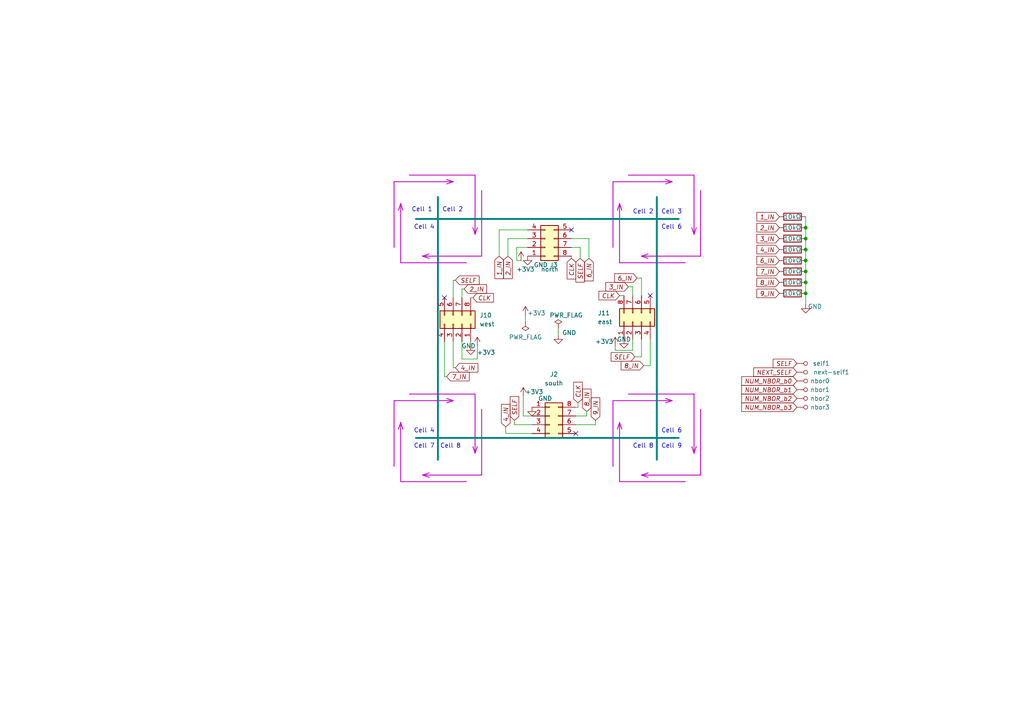
<source format=kicad_sch>
(kicad_sch (version 20211123) (generator eeschema)
  (paper "A4")
  (lib_symbols
    (symbol "Connector_Generic:Conn_02x04_Counter_Clockwise" (pin_names (offset 1.016) hide)
      (property "Reference" "J" (at 1.27 5.08 0))
      (property "Value" "Conn_02x04_Counter_Clockwise" (at 1.27 -7.62 0))
      (symbol "Conn_02x04_Counter_Clockwise_1_1"
        (rectangle (start -1.27 -4.953) (end 0 -5.207) (stroke (width 0.1524)))
        (rectangle (start -1.27 -2.413) (end 0 -2.667) (stroke (width 0.1524)))
        (rectangle (start -1.27 0.127) (end 0 -0.127) (stroke (width 0.1524)))
        (rectangle (start -1.27 2.667) (end 0 2.413) (stroke (width 0.1524)))
        (rectangle (start -1.27 3.81) (end 3.81 -6.35) (stroke (width 0.254)) (fill (type background)))
        (rectangle (start 3.81 -4.953) (end 2.54 -5.207) (stroke (width 0.1524)))
        (rectangle (start 3.81 -2.413) (end 2.54 -2.667) (stroke (width 0.1524)))
        (rectangle (start 3.81 0.127) (end 2.54 -0.127) (stroke (width 0.1524)))
        (rectangle (start 3.81 2.667) (end 2.54 2.413) (stroke (width 0.1524)))
        (pin passive line (at -5.08 2.54 0) (length 3.81) (name "Pin_1") (number "1"))
        (pin passive line (at -5.08 0 0) (length 3.81) (name "Pin_2") (number "2"))
        (pin passive line (at -5.08 -2.54 0) (length 3.81) (name "Pin_3") (number "3"))
        (pin passive line (at -5.08 -5.08 0) (length 3.81) (name "Pin_4") (number "4"))
        (pin passive line (at 7.62 -5.08 180) (length 3.81) (name "Pin_5") (number "5"))
        (pin passive line (at 7.62 -2.54 180) (length 3.81) (name "Pin_6") (number "6"))
        (pin passive line (at 7.62 0 180) (length 3.81) (name "Pin_7") (number "7"))
        (pin passive line (at 7.62 2.54 180) (length 3.81) (name "Pin_8") (number "8"))
      )
    )
    (symbol "Device:R" (pin_numbers hide) (pin_names (offset 0))
      (property "Reference" "R" (at 2.032 0 90))
      (property "Value" "R" (at 0 0 90))
      (symbol "R_0_1"
        (rectangle (start -1.016 -2.54) (end 1.016 2.54) (stroke (width 0.254)))
      )
      (symbol "R_1_1"
        (pin passive line (at 0 3.81 270) (length 1.27) (name "~") (number "1"))
        (pin passive line (at 0 -3.81 90) (length 1.27) (name "~") (number "2"))
      )
    )
    (symbol "dk_Test-Points:5011" (pin_numbers hide) (pin_names (offset 1.016) hide)
      (property "Reference" "TP" (at -1.27 1.27 0))
      (symbol "5011_0_1"
        (circle (center 0 0) (radius 0.5588))
      )
      (symbol "5011_1_1"
        (pin passive line (at 0 2.54 270) (length 1.905) (name "~") (number "1"))
      )
    )
    (symbol "power:+3V3" (power) (pin_names (offset 0))
      (property "Value" "+3V3" (at 0 3.556 0))
      (symbol "+3V3_0_1"
        (polyline (pts (xy -0.762 1.27) (xy 0 2.54)))
        (polyline (pts (xy 0 0) (xy 0 2.54)))
        (polyline (pts (xy 0 2.54) (xy 0.762 1.27)))
      )
      (symbol "+3V3_1_1"
        (pin power_in line (at 0 0 90) (length 0) hide (name "+3V3") (number "1"))
      )
    )
    (symbol "power:GND" (power) (pin_names (offset 0))
      (property "Value" "GND" (at 0 -3.81 0))
      (symbol "GND_0_1"
        (polyline (pts (xy 0 0) (xy 0 -1.27) (xy 1.27 -1.27) (xy 0 -2.54) (xy -1.27 -1.27) (xy 0 -1.27)))
      )
      (symbol "GND_1_1"
        (pin power_in line (at 0 0 270) (length 0) hide (name "GND") (number "1"))
      )
    )
    (symbol "power:PWR_FLAG" (power) (pin_numbers hide) (pin_names (offset 0) hide)
      (property "Value" "PWR_FLAG" (at 0 3.81 0))
      (symbol "PWR_FLAG_0_0"
        (pin power_out line (at 0 0 90) (length 0) (name "pwr") (number "1"))
      )
      (symbol "PWR_FLAG_0_1"
        (polyline (pts (xy 0 0) (xy 0 1.27) (xy -1.016 1.905) (xy 0 2.54) (xy 1.016 1.905) (xy 0 1.27)))
      )
    )
  )
  (junction (at 233.68 75.565))
  (junction (at 233.68 81.915))
  (junction (at 233.68 66.04))
  (junction (at 233.68 85.09))
  (junction (at 233.68 78.74))
  (junction (at 233.68 69.215))
  (junction (at 233.68 72.39))
  (no_connect (at 188.595 85.725))
  (no_connect (at 167.005 125.73))
  (no_connect (at 128.905 86.36))
  (no_connect (at 165.735 66.675))
  (polyline (pts (xy 190.5 82.55) (xy 190.5 107.95)) (stroke (width 0.5) (type solid) (color 0 132 132 1)))
  (wire (pts (xy 186.055 98.425) (xy 186.055 103.505)))
  (polyline (pts (xy 179.07 124.46) (xy 179.705 122.555)) (stroke (width 0.25) (type solid) (color 194 0 194 1)))
  (wire (pts (xy 151.765 120.65) (xy 151.765 114.935)))
  (polyline (pts (xy 124.46 73.66) (xy 122.555 74.295)) (stroke (width 0.25) (type solid) (color 194 0 194 1)))
  (polyline (pts (xy 171.45 63.5) (xy 196.85 63.5)) (stroke (width 0.5) (type solid) (color 0 132 132 1)))
  (polyline (pts (xy 127 107.95) (xy 127 133.35)) (stroke (width 0.5) (type solid) (color 0 132 132 1)))
  (polyline (pts (xy 116.205 76.2) (xy 116.205 59.055)) (stroke (width 0.25) (type solid) (color 194 0 194 1)))
  (wire (pts (xy 129.54 109.22) (xy 128.905 109.22)))
  (wire (pts (xy 167.64 116.84) (xy 167.64 118.11)))
  (polyline (pts (xy 171.45 127) (xy 146.05 127)) (stroke (width 0.5) (type solid) (color 0 132 132 1)))
  (polyline (pts (xy 182.245 50.8) (xy 201.295 50.8)) (stroke (width 0.25) (type solid) (color 194 0 194 1)))
  (polyline (pts (xy 171.45 127) (xy 196.85 127)) (stroke (width 0.5) (type solid) (color 0 132 132 1)))
  (polyline (pts (xy 120.65 63.5) (xy 146.05 63.5)) (stroke (width 0.5) (type solid) (color 0 132 132 1)))
  (polyline (pts (xy 203.2 74.295) (xy 186.055 74.295)) (stroke (width 0.25) (type solid) (color 194 0 194 1)))
  (polyline (pts (xy 127 82.55) (xy 127 107.95)) (stroke (width 0.5) (type solid) (color 0 132 132 1)))
  (polyline (pts (xy 114.3 116.205) (xy 131.445 116.205)) (stroke (width 0.25) (type solid) (color 194 0 194 1)))
  (wire (pts (xy 183.515 101.6) (xy 178.435 101.6)))
  (polyline (pts (xy 177.8 116.205) (xy 194.945 116.205)) (stroke (width 0.25) (type solid) (color 194 0 194 1)))
  (wire (pts (xy 138.43 100.33) (xy 138.43 104.14)))
  (polyline (pts (xy 187.96 74.93) (xy 186.055 74.295)) (stroke (width 0.25) (type solid) (color 194 0 194 1)))
  (polyline (pts (xy 198.755 76.2) (xy 179.705 76.2)) (stroke (width 0.25) (type solid) (color 194 0 194 1)))
  (polyline (pts (xy 146.05 127) (xy 120.65 127)) (stroke (width 0.5) (type solid) (color 0 132 132 1)))
  (polyline (pts (xy 124.46 138.43) (xy 122.555 137.795)) (stroke (width 0.25) (type solid) (color 194 0 194 1)))
  (polyline (pts (xy 127 133.35) (xy 127 107.95)) (stroke (width 0.5) (type solid) (color 0 132 132 1)))
  (wire (pts (xy 132.08 81.28) (xy 131.445 81.28)))
  (wire (pts (xy 149.225 121.92) (xy 149.225 123.19)))
  (wire (pts (xy 153.035 69.215) (xy 147.32 69.215)))
  (polyline (pts (xy 190.5 57.15) (xy 190.5 82.55)) (stroke (width 0.5) (type solid) (color 0 132 132 1)))
  (polyline (pts (xy 118.745 50.8) (xy 137.795 50.8)) (stroke (width 0.25) (type solid) (color 194 0 194 1)))
  (wire (pts (xy 146.685 125.73) (xy 146.685 123.825)))
  (polyline (pts (xy 139.7 74.295) (xy 122.555 74.295)) (stroke (width 0.25) (type solid) (color 194 0 194 1)))
  (wire (pts (xy 137.16 86.36) (xy 136.525 86.36)))
  (wire (pts (xy 133.985 104.14) (xy 138.43 104.14)))
  (polyline (pts (xy 201.93 66.04) (xy 201.295 67.945)) (stroke (width 0.25) (type solid) (color 194 0 194 1)))
  (wire (pts (xy 178.435 101.6) (xy 178.435 100.33)))
  (wire (pts (xy 170.18 120.65) (xy 167.005 120.65)))
  (wire (pts (xy 233.68 75.565) (xy 233.68 72.39)))
  (polyline (pts (xy 187.96 138.43) (xy 186.055 137.795)) (stroke (width 0.25) (type solid) (color 194 0 194 1)))
  (polyline (pts (xy 138.43 129.54) (xy 137.795 131.445)) (stroke (width 0.25) (type solid) (color 194 0 194 1)))
  (polyline (pts (xy 139.7 118.745) (xy 139.7 137.795)) (stroke (width 0.25) (type solid) (color 194 0 194 1)))
  (polyline (pts (xy 115.57 124.46) (xy 116.205 122.555)) (stroke (width 0.25) (type solid) (color 194 0 194 1)))
  (polyline (pts (xy 190.5 107.95) (xy 190.5 82.55)) (stroke (width 0.5) (type solid) (color 0 132 132 1)))
  (polyline (pts (xy 135.255 76.2) (xy 116.205 76.2)) (stroke (width 0.25) (type solid) (color 194 0 194 1)))
  (polyline (pts (xy 177.8 135.255) (xy 177.8 116.205)) (stroke (width 0.25) (type solid) (color 194 0 194 1)))
  (polyline (pts (xy 201.295 114.3) (xy 201.295 131.445)) (stroke (width 0.25) (type solid) (color 194 0 194 1)))
  (polyline (pts (xy 203.2 118.745) (xy 203.2 137.795)) (stroke (width 0.25) (type solid) (color 194 0 194 1)))
  (polyline (pts (xy 129.54 116.84) (xy 131.445 116.205)) (stroke (width 0.25) (type solid) (color 194 0 194 1)))
  (polyline (pts (xy 193.04 115.57) (xy 194.945 116.205)) (stroke (width 0.25) (type solid) (color 194 0 194 1)))
  (wire (pts (xy 186.69 106.045) (xy 188.595 106.045)))
  (wire (pts (xy 170.815 69.215) (xy 165.735 69.215)))
  (wire (pts (xy 170.815 74.93) (xy 170.815 69.215)))
  (polyline (pts (xy 187.96 137.16) (xy 186.055 137.795)) (stroke (width 0.25) (type solid) (color 194 0 194 1)))
  (polyline (pts (xy 127 57.15) (xy 127 82.55)) (stroke (width 0.5) (type solid) (color 0 132 132 1)))
  (polyline (pts (xy 129.54 52.07) (xy 131.445 52.705)) (stroke (width 0.25) (type solid) (color 194 0 194 1)))
  (polyline (pts (xy 200.66 66.04) (xy 201.295 67.945)) (stroke (width 0.25) (type solid) (color 194 0 194 1)))
  (polyline (pts (xy 116.205 139.7) (xy 116.205 122.555)) (stroke (width 0.25) (type solid) (color 194 0 194 1)))
  (wire (pts (xy 149.86 71.755) (xy 153.035 71.755)))
  (polyline (pts (xy 120.65 127) (xy 146.05 127)) (stroke (width 0.5) (type solid) (color 0 132 132 1)))
  (wire (pts (xy 233.68 72.39) (xy 233.68 69.215)))
  (wire (pts (xy 168.275 71.755) (xy 168.275 74.93)))
  (wire (pts (xy 149.86 71.755) (xy 149.86 75.565)))
  (polyline (pts (xy 139.7 55.245) (xy 139.7 74.295)) (stroke (width 0.25) (type solid) (color 194 0 194 1)))
  (polyline (pts (xy 139.7 137.795) (xy 122.555 137.795)) (stroke (width 0.25) (type solid) (color 194 0 194 1)))
  (wire (pts (xy 182.245 83.185) (xy 183.515 83.185)))
  (polyline (pts (xy 190.5 107.95) (xy 190.5 133.35)) (stroke (width 0.5) (type solid) (color 0 132 132 1)))
  (polyline (pts (xy 190.5 133.35) (xy 190.5 107.95)) (stroke (width 0.5) (type solid) (color 0 132 132 1)))
  (wire (pts (xy 161.925 95.25) (xy 161.925 97.155)))
  (polyline (pts (xy 114.3 52.705) (xy 131.445 52.705)) (stroke (width 0.25) (type solid) (color 194 0 194 1)))
  (wire (pts (xy 180.975 85.725) (xy 179.705 85.725)))
  (wire (pts (xy 131.445 106.68) (xy 131.445 99.06)))
  (polyline (pts (xy 137.795 114.3) (xy 137.795 131.445)) (stroke (width 0.25) (type solid) (color 194 0 194 1)))
  (polyline (pts (xy 115.57 60.96) (xy 116.205 59.055)) (stroke (width 0.25) (type solid) (color 194 0 194 1)))
  (wire (pts (xy 233.68 85.09) (xy 233.68 81.915)))
  (wire (pts (xy 144.78 66.675) (xy 153.035 66.675)))
  (wire (pts (xy 184.785 80.645) (xy 186.055 80.645)))
  (polyline (pts (xy 201.295 50.8) (xy 201.295 67.945)) (stroke (width 0.25) (type solid) (color 194 0 194 1)))
  (wire (pts (xy 133.985 83.82) (xy 134.62 83.82)))
  (polyline (pts (xy 124.46 137.16) (xy 122.555 137.795)) (stroke (width 0.25) (type solid) (color 194 0 194 1)))
  (polyline (pts (xy 180.34 60.96) (xy 179.705 59.055)) (stroke (width 0.25) (type solid) (color 194 0 194 1)))
  (wire (pts (xy 233.68 88.265) (xy 233.68 85.09)))
  (wire (pts (xy 133.985 99.06) (xy 133.985 104.14)))
  (wire (pts (xy 186.055 80.645) (xy 186.055 85.725)))
  (wire (pts (xy 128.905 109.22) (xy 128.905 99.06)))
  (polyline (pts (xy 137.16 129.54) (xy 137.795 131.445)) (stroke (width 0.25) (type solid) (color 194 0 194 1)))
  (polyline (pts (xy 187.96 73.66) (xy 186.055 74.295)) (stroke (width 0.25) (type solid) (color 194 0 194 1)))
  (wire (pts (xy 152.4 91.44) (xy 152.4 93.345)))
  (polyline (pts (xy 129.54 53.34) (xy 131.445 52.705)) (stroke (width 0.25) (type solid) (color 194 0 194 1)))
  (wire (pts (xy 172.72 121.92) (xy 172.72 123.19)))
  (polyline (pts (xy 146.05 63.5) (xy 120.65 63.5)) (stroke (width 0.5) (type solid) (color 0 132 132 1)))
  (wire (pts (xy 131.445 81.28) (xy 131.445 86.36)))
  (polyline (pts (xy 182.245 114.3) (xy 201.295 114.3)) (stroke (width 0.25) (type solid) (color 194 0 194 1)))
  (wire (pts (xy 133.985 86.36) (xy 133.985 83.82)))
  (wire (pts (xy 233.68 66.04) (xy 233.68 62.865)))
  (wire (pts (xy 186.055 103.505) (xy 184.15 103.505)))
  (polyline (pts (xy 193.04 116.84) (xy 194.945 116.205)) (stroke (width 0.25) (type solid) (color 194 0 194 1)))
  (polyline (pts (xy 193.04 53.34) (xy 194.945 52.705)) (stroke (width 0.25) (type solid) (color 194 0 194 1)))
  (polyline (pts (xy 129.54 115.57) (xy 131.445 116.205)) (stroke (width 0.25) (type solid) (color 194 0 194 1)))
  (wire (pts (xy 147.32 69.215) (xy 147.32 74.295)))
  (polyline (pts (xy 179.07 60.96) (xy 179.705 59.055)) (stroke (width 0.25) (type solid) (color 194 0 194 1)))
  (polyline (pts (xy 196.85 127) (xy 171.45 127)) (stroke (width 0.5) (type solid) (color 0 132 132 1)))
  (wire (pts (xy 154.305 120.65) (xy 151.765 120.65)))
  (wire (pts (xy 154.305 123.19) (xy 149.225 123.19)))
  (wire (pts (xy 188.595 106.045) (xy 188.595 98.425)))
  (wire (pts (xy 183.515 83.185) (xy 183.515 85.725)))
  (polyline (pts (xy 127 82.55) (xy 127 57.15)) (stroke (width 0.5) (type solid) (color 0 132 132 1)))
  (polyline (pts (xy 116.84 60.96) (xy 116.205 59.055)) (stroke (width 0.25) (type solid) (color 194 0 194 1)))
  (polyline (pts (xy 203.2 55.245) (xy 203.2 74.295)) (stroke (width 0.25) (type solid) (color 194 0 194 1)))
  (polyline (pts (xy 190.5 82.55) (xy 190.5 57.15)) (stroke (width 0.5) (type solid) (color 0 132 132 1)))
  (wire (pts (xy 183.515 98.425) (xy 183.515 101.6)))
  (wire (pts (xy 165.735 71.755) (xy 168.275 71.755)))
  (polyline (pts (xy 137.16 66.04) (xy 137.795 67.945)) (stroke (width 0.25) (type solid) (color 194 0 194 1)))
  (polyline (pts (xy 137.795 50.8) (xy 137.795 67.945)) (stroke (width 0.25) (type solid) (color 194 0 194 1)))
  (wire (pts (xy 136.525 100.33) (xy 136.525 99.06)))
  (polyline (pts (xy 146.05 63.5) (xy 171.45 63.5)) (stroke (width 0.5) (type solid) (color 0 132 132 1)))
  (wire (pts (xy 233.68 78.74) (xy 233.68 75.565)))
  (wire (pts (xy 151.13 75.565) (xy 149.86 75.565)))
  (polyline (pts (xy 201.93 129.54) (xy 201.295 131.445)) (stroke (width 0.25) (type solid) (color 194 0 194 1)))
  (wire (pts (xy 233.68 69.215) (xy 233.68 66.04)))
  (polyline (pts (xy 177.8 52.705) (xy 194.945 52.705)) (stroke (width 0.25) (type solid) (color 194 0 194 1)))
  (wire (pts (xy 154.305 125.73) (xy 146.685 125.73)))
  (polyline (pts (xy 179.705 139.7) (xy 179.705 122.555)) (stroke (width 0.25) (type solid) (color 194 0 194 1)))
  (polyline (pts (xy 171.45 63.5) (xy 146.05 63.5)) (stroke (width 0.5) (type solid) (color 0 132 132 1)))
  (polyline (pts (xy 198.755 139.7) (xy 179.705 139.7)) (stroke (width 0.25) (type solid) (color 194 0 194 1)))
  (polyline (pts (xy 114.3 71.755) (xy 114.3 52.705)) (stroke (width 0.25) (type solid) (color 194 0 194 1)))
  (wire (pts (xy 165.735 74.93) (xy 165.735 74.295)))
  (polyline (pts (xy 203.2 137.795) (xy 186.055 137.795)) (stroke (width 0.25) (type solid) (color 194 0 194 1)))
  (polyline (pts (xy 179.705 76.2) (xy 179.705 59.055)) (stroke (width 0.25) (type solid) (color 194 0 194 1)))
  (polyline (pts (xy 116.84 124.46) (xy 116.205 122.555)) (stroke (width 0.25) (type solid) (color 194 0 194 1)))
  (wire (pts (xy 167.64 118.11) (xy 167.005 118.11)))
  (polyline (pts (xy 124.46 74.93) (xy 122.555 74.295)) (stroke (width 0.25) (type solid) (color 194 0 194 1)))
  (polyline (pts (xy 127 107.95) (xy 127 82.55)) (stroke (width 0.5) (type solid) (color 0 132 132 1)))
  (wire (pts (xy 144.78 74.295) (xy 144.78 66.675)))
  (polyline (pts (xy 135.255 139.7) (xy 116.205 139.7)) (stroke (width 0.25) (type solid) (color 194 0 194 1)))
  (polyline (pts (xy 118.745 114.3) (xy 137.795 114.3)) (stroke (width 0.25) (type solid) (color 194 0 194 1)))
  (polyline (pts (xy 146.05 127) (xy 171.45 127)) (stroke (width 0.5) (type solid) (color 0 132 132 1)))
  (polyline (pts (xy 138.43 66.04) (xy 137.795 67.945)) (stroke (width 0.25) (type solid) (color 194 0 194 1)))
  (wire (pts (xy 132.08 106.68) (xy 131.445 106.68)))
  (wire (pts (xy 170.18 119.38) (xy 170.18 120.65)))
  (polyline (pts (xy 200.66 129.54) (xy 201.295 131.445)) (stroke (width 0.25) (type solid) (color 194 0 194 1)))
  (polyline (pts (xy 177.8 71.755) (xy 177.8 52.705)) (stroke (width 0.25) (type solid) (color 194 0 194 1)))
  (wire (pts (xy 233.68 81.915) (xy 233.68 78.74)))
  (wire (pts (xy 172.72 123.19) (xy 167.005 123.19)))
  (polyline (pts (xy 193.04 52.07) (xy 194.945 52.705)) (stroke (width 0.25) (type solid) (color 194 0 194 1)))
  (polyline (pts (xy 196.85 63.5) (xy 171.45 63.5)) (stroke (width 0.5) (type solid) (color 0 132 132 1)))
  (polyline (pts (xy 114.3 135.255) (xy 114.3 116.205)) (stroke (width 0.25) (type solid) (color 194 0 194 1)))
  (polyline (pts (xy 180.34 124.46) (xy 179.705 122.555)) (stroke (width 0.25) (type solid) (color 194 0 194 1)))
  (text "Cell 4" (at 120.015 66.675 0) (effects (font (size 1.27 1.27)) (justify left bottom)))
  (text "Cell 3" (at 191.77 62.23 0) (effects (font (size 1.27 1.27)) (justify left bottom)))
  (text "Cell 6" (at 191.77 125.73 0) (effects (font (size 1.27 1.27)) (justify left bottom)))
  (text "Cell 8" (at 183.515 130.175 0) (effects (font (size 1.27 1.27)) (justify left bottom)))
  (text "Cell 7" (at 120.015 130.175 0) (effects (font (size 1.27 1.27)) (justify left bottom)))
  (text "Cell 9" (at 191.77 130.175 0) (effects (font (size 1.27 1.27)) (justify left bottom)))
  (text "Cell 6" (at 191.77 66.675 0) (effects (font (size 1.27 1.27)) (justify left bottom)))
  (text "Cell 8" (at 127.635 130.175 0) (effects (font (size 1.27 1.27)) (justify left bottom)))
  (text "Cell 4" (at 120.015 125.73 0) (effects (font (size 1.27 1.27)) (justify left bottom)))
  (text "Cell 1" (at 119.38 61.595 0) (effects (font (size 1.27 1.27)) (justify left bottom)))
  (text "Cell 2" (at 183.515 62.23 0) (effects (font (size 1.27 1.27)) (justify left bottom)))
  (text "Cell 2" (at 128.27 61.595 0) (effects (font (size 1.27 1.27)) (justify left bottom)))
  (global_label "1_IN" (shape input) (at 226.06 62.865 180) (effects (font italic)) (property "Intersheet References" "${INTERSHEET_REFS}" (effects hide)))
  (global_label "8_IN" (shape input) (at 170.18 119.38 90) (effects (font italic)) (property "Intersheet References" "${INTERSHEET_REFS}" (effects hide)))
  (global_label "7_IN" (shape input) (at 226.06 78.74 180) (effects (font italic)) (property "Intersheet References" "${INTERSHEET_REFS}" (effects hide)))
  (global_label "NEXT_SELF" (shape input) (at 231.14 107.95 180) (effects (font italic)) (property "Intersheet References" "${INTERSHEET_REFS}" (effects hide)))
  (global_label "4_IN" (shape input) (at 146.685 123.825 90) (effects (font italic)) (property "Intersheet References" "${INTERSHEET_REFS}" (effects hide)))
  (global_label "NUM_NBOR_b2" (shape input) (at 231.14 115.57 180) (effects (font italic)) (property "Intersheet References" "${INTERSHEET_REFS}" (effects hide)))
  (global_label "SELF" (shape input) (at 231.14 105.41 180) (effects (font italic)) (property "Intersheet References" "${INTERSHEET_REFS}" (effects hide)))
  (global_label "2_IN" (shape input) (at 147.32 74.295 270) (effects (font italic)) (property "Intersheet References" "${INTERSHEET_REFS}" (effects hide)))
  (global_label "7_IN" (shape input) (at 129.54 109.22 0) (effects (font italic)) (property "Intersheet References" "${INTERSHEET_REFS}" (effects hide)))
  (global_label "NUM_NBOR_b1" (shape input) (at 231.14 113.03 180) (effects (font italic)) (property "Intersheet References" "${INTERSHEET_REFS}" (effects hide)))
  (global_label "CLK" (shape input) (at 137.16 86.36 0) (effects (font italic)) (property "Intersheet References" "${INTERSHEET_REFS}" (effects hide)))
  (global_label "6_IN" (shape input) (at 170.815 74.93 270) (effects (font italic)) (property "Intersheet References" "${INTERSHEET_REFS}" (effects hide)))
  (global_label "6_IN" (shape input) (at 226.06 75.565 180) (effects (font italic)) (property "Intersheet References" "${INTERSHEET_REFS}" (effects hide)))
  (global_label "SELF" (shape input) (at 132.08 81.28 0) (effects (font italic)) (property "Intersheet References" "${INTERSHEET_REFS}" (effects hide)))
  (global_label "NUM_NBOR_b3" (shape input) (at 231.14 118.11 180) (effects (font italic)) (property "Intersheet References" "${INTERSHEET_REFS}" (effects hide)))
  (global_label "3_IN" (shape input) (at 226.06 69.215 180) (effects (font italic)) (property "Intersheet References" "${INTERSHEET_REFS}" (effects hide)))
  (global_label "CLK" (shape input) (at 179.705 85.725 180) (effects (font italic)) (property "Intersheet References" "${INTERSHEET_REFS}" (effects hide)))
  (global_label "SELF" (shape input) (at 149.225 121.92 90) (effects (font italic)) (property "Intersheet References" "${INTERSHEET_REFS}" (effects hide)))
  (global_label "SELF" (shape input) (at 184.15 103.505 180) (effects (font italic)) (property "Intersheet References" "${INTERSHEET_REFS}" (effects hide)))
  (global_label "SELF" (shape input) (at 168.275 74.93 270) (effects (font italic)) (property "Intersheet References" "${INTERSHEET_REFS}" (effects hide)))
  (global_label "6_IN" (shape input) (at 184.785 80.645 180) (effects (font italic)) (property "Intersheet References" "${INTERSHEET_REFS}" (effects hide)))
  (global_label "8_IN" (shape input) (at 186.69 106.045 180) (effects (font italic)) (property "Intersheet References" "${INTERSHEET_REFS}" (effects hide)))
  (global_label "NUM_NBOR_b0" (shape input) (at 231.14 110.49 180) (effects (font italic)) (property "Intersheet References" "${INTERSHEET_REFS}" (effects hide)))
  (global_label "3_IN" (shape input) (at 182.245 83.185 180) (effects (font italic)) (property "Intersheet References" "${INTERSHEET_REFS}" (effects hide)))
  (global_label "4_IN" (shape input) (at 226.06 72.39 180) (effects (font italic)) (property "Intersheet References" "${INTERSHEET_REFS}" (effects hide)))
  (global_label "9_IN" (shape input) (at 172.72 121.92 90) (effects (font italic)) (property "Intersheet References" "${INTERSHEET_REFS}" (effects hide)))
  (global_label "CLK" (shape input) (at 167.64 116.84 90) (effects (font italic)) (property "Intersheet References" "${INTERSHEET_REFS}" (effects hide)))
  (global_label "4_IN" (shape input) (at 132.08 106.68 0) (effects (font italic)) (property "Intersheet References" "${INTERSHEET_REFS}" (effects hide)))
  (global_label "2_IN" (shape input) (at 226.06 66.04 180) (effects (font italic)) (property "Intersheet References" "${INTERSHEET_REFS}" (effects hide)))
  (global_label "1_IN" (shape input) (at 144.78 74.295 270) (effects (font italic)) (property "Intersheet References" "${INTERSHEET_REFS}" (effects hide)))
  (global_label "2_IN" (shape input) (at 134.62 83.82 0) (effects (font italic)) (property "Intersheet References" "${INTERSHEET_REFS}" (effects hide)))
  (global_label "CLK" (shape input) (at 165.735 74.93 270) (effects (font italic)) (property "Intersheet References" "${INTERSHEET_REFS}" (effects hide)))
  (global_label "8_IN" (shape input) (at 226.06 81.915 180) (effects (font italic)) (property "Intersheet References" "${INTERSHEET_REFS}" (effects hide)))
  (global_label "9_IN" (shape input) (at 226.06 85.09 180) (effects (font italic)) (property "Intersheet References" "${INTERSHEET_REFS}" (effects hide)))
  (symbol (lib_id "dk_Test-Points:5011") (at 233.68 107.95 90) (unit 1)
    (property "Reference" "next-self1" (at 246.38 107.95 90) (effects (justify left)))
    (property "Value" "5011" (effects hide))
    (property "Footprint" "TestPoint:TestPoint_Pad_D1.0mm" (effects hide))
    (property "Datasheet" "http://www.keyelco.com/product-pdf.cfm?p=1320" (effects hide))
    (property "Digi-Key_PN" "36-5011-ND" (effects hide))
    (property "MPN" "5011" (effects hide))
    (property "Category" "Test and Measurement" (effects hide))
    (property "Family" "Test Points" (effects hide))
    (property "DK_Datasheet_Link" "http://www.keyelco.com/product-pdf.cfm?p=1320" (effects hide))
    (property "DK_Detail_Page" "/product-detail/en/keystone-electronics/5011/36-5011-ND/255333" (effects hide))
    (property "Description" "PC TEST POINT MULTIPURPOSE BLACK" (effects hide))
    (property "Manufacturer" "Keystone Electronics" (effects hide))
    (property "Status" "Active" (effects hide))
  )
  (symbol (lib_id "Device:R") (at 229.87 72.39 90) (unit 1)
    (property "Reference" "R4" (effects hide))
    (property "Value" "10kΩ" (at 232.41 72.39 90) (effects (justify left)))
    (property "Footprint" "Resistor_SMD:R_1206_3216Metric_Pad1.30x1.75mm_HandSolder" (effects hide))
  )
  (symbol (lib_id "power:PWR_FLAG") (at 161.925 95.25 0) (unit 1)
    (property "Reference" "#FLG0102" (effects hide))
    (property "Value" "PWR_FLAG" (at 159.385 91.44 0) (effects (justify left)))
  )
  (symbol (lib_id "power:+3V3") (at 152.4 91.44 0) (unit 1)
    (property "Reference" "#PWR0111" (effects hide))
    (property "Value" "+3V3" (at 155.575 90.805 0))
  )
  (symbol (lib_id "dk_Test-Points:5011") (at 233.68 118.11 90) (unit 1)
    (property "Reference" "nbor3" (at 240.665 118.11 90) (effects (justify left)))
    (property "Value" "5011" (effects hide))
    (property "Footprint" "TestPoint:TestPoint_Pad_D1.0mm" (effects hide))
    (property "Datasheet" "http://www.keyelco.com/product-pdf.cfm?p=1320" (effects hide))
    (property "Digi-Key_PN" "36-5011-ND" (effects hide))
    (property "MPN" "5011" (effects hide))
    (property "Category" "Test and Measurement" (effects hide))
    (property "Family" "Test Points" (effects hide))
    (property "DK_Datasheet_Link" "http://www.keyelco.com/product-pdf.cfm?p=1320" (effects hide))
    (property "DK_Detail_Page" "/product-detail/en/keystone-electronics/5011/36-5011-ND/255333" (effects hide))
    (property "Description" "PC TEST POINT MULTIPURPOSE BLACK" (effects hide))
    (property "Manufacturer" "Keystone Electronics" (effects hide))
    (property "Status" "Active" (effects hide))
  )
  (symbol (lib_id "Connector_Generic:Conn_02x04_Counter_Clockwise") (at 159.385 120.65 0) (unit 1)
    (property "Reference" "J2" (at 160.655 108.585 0))
    (property "Value" "south" (at 160.655 111.125 0))
    (property "Footprint" "Connector_PinHeader_2.54mm:PinHeader_2x04_P2.54mm_Horizontal" (effects hide))
  )
  (symbol (lib_id "dk_Test-Points:5011") (at 233.68 113.03 90) (unit 1)
    (property "Reference" "nbor1" (at 240.665 113.03 90) (effects (justify left)))
    (property "Value" "5011" (effects hide))
    (property "Footprint" "TestPoint:TestPoint_Pad_D1.0mm" (effects hide))
    (property "Datasheet" "http://www.keyelco.com/product-pdf.cfm?p=1320" (effects hide))
    (property "Digi-Key_PN" "36-5011-ND" (effects hide))
    (property "MPN" "5011" (effects hide))
    (property "Category" "Test and Measurement" (effects hide))
    (property "Family" "Test Points" (effects hide))
    (property "DK_Datasheet_Link" "http://www.keyelco.com/product-pdf.cfm?p=1320" (effects hide))
    (property "DK_Detail_Page" "/product-detail/en/keystone-electronics/5011/36-5011-ND/255333" (effects hide))
    (property "Description" "PC TEST POINT MULTIPURPOSE BLACK" (effects hide))
    (property "Manufacturer" "Keystone Electronics" (effects hide))
    (property "Status" "Active" (effects hide))
  )
  (symbol (lib_id "power:GND") (at 161.925 97.155 0) (unit 1)
    (property "Reference" "#PWR0110" (effects hide))
    (property "Value" "GND" (at 165.1 96.52 0))
  )
  (symbol (lib_id "Device:R") (at 229.87 75.565 90) (unit 1)
    (property "Reference" "R5" (effects hide))
    (property "Value" "10kΩ" (at 232.41 75.565 90) (effects (justify left)))
    (property "Footprint" "Resistor_SMD:R_1206_3216Metric_Pad1.30x1.75mm_HandSolder" (effects hide))
  )
  (symbol (lib_id "Device:R") (at 229.87 81.915 90) (unit 1)
    (property "Reference" "R7" (effects hide))
    (property "Value" "10kΩ" (at 232.41 81.915 90) (effects (justify left)))
    (property "Footprint" "Resistor_SMD:R_1206_3216Metric_Pad1.30x1.75mm_HandSolder" (effects hide))
  )
  (symbol (lib_id "power:GND") (at 154.305 118.11 0) (unit 1)
    (property "Reference" "#PWR0102" (effects hide))
    (property "Value" "GND" (at 158.115 115.57 0))
  )
  (symbol (lib_id "Connector_Generic:Conn_02x04_Counter_Clockwise") (at 158.115 71.755 0) (mirror x) (unit 1)
    (property "Reference" "J3" (at 159.385 76.835 0) (effects (justify left)))
    (property "Value" "north" (at 156.845 78.105 0) (effects (justify left)))
    (property "Footprint" "Connector_PinSocket_2.54mm:PinSocket_2x04_P2.54mm_Horizontal" (effects hide))
  )
  (symbol (lib_id "power:GND") (at 180.975 98.425 0) (unit 1)
    (property "Reference" "#PWR0106" (effects hide))
    (property "Value" "GND" (at 180.975 98.425 0))
  )
  (symbol (lib_id "power:GND") (at 136.525 100.33 0) (unit 1)
    (property "Reference" "#PWR0109" (effects hide))
    (property "Value" "GND" (at 135.89 100.33 0))
  )
  (symbol (lib_id "Connector_Generic:Conn_02x04_Counter_Clockwise") (at 183.515 93.345 90) (unit 1)
    (property "Reference" "J11" (at 173.355 90.805 90) (effects (justify right)))
    (property "Value" "east" (at 173.355 93.345 90) (effects (justify right)))
    (property "Footprint" "Connector_PinHeader_2.54mm:PinHeader_2x04_P2.54mm_Horizontal" (effects hide))
  )
  (symbol (lib_id "Device:R") (at 229.87 66.04 90) (unit 1)
    (property "Reference" "R2" (effects hide))
    (property "Value" "10kΩ" (at 232.41 66.04 90) (effects (justify left)))
    (property "Footprint" "Resistor_SMD:R_1206_3216Metric_Pad1.30x1.75mm_HandSolder" (effects hide))
  )
  (symbol (lib_id "power:+3V3") (at 151.765 114.935 0) (unit 1)
    (property "Reference" "#PWR0103" (effects hide))
    (property "Value" "+3V3" (at 154.94 113.665 0))
  )
  (symbol (lib_id "power:+3V3") (at 178.435 100.33 0) (unit 1)
    (property "Reference" "#PWR0107" (effects hide))
    (property "Value" "+3V3" (at 175.26 99.06 0))
  )
  (symbol (lib_id "power:GND") (at 153.035 74.295 0) (unit 1)
    (property "Reference" "#PWR0105" (effects hide))
    (property "Value" "GND" (at 156.845 76.835 0))
  )
  (symbol (lib_id "power:GND") (at 233.68 88.265 0) (unit 1)
    (property "Reference" "#PWR0101" (effects hide))
    (property "Value" "GND" (at 234.315 88.9 0) (effects (justify left)))
  )
  (symbol (lib_id "Device:R") (at 229.87 69.215 90) (unit 1)
    (property "Reference" "R3" (effects hide))
    (property "Value" "10kΩ" (at 232.41 69.215 90) (effects (justify left)))
    (property "Footprint" "Resistor_SMD:R_1206_3216Metric_Pad1.30x1.75mm_HandSolder" (effects hide))
  )
  (symbol (lib_id "Device:R") (at 229.87 85.09 90) (unit 1)
    (property "Reference" "R8" (effects hide))
    (property "Value" "10kΩ" (at 232.41 85.09 90) (effects (justify left)))
    (property "Footprint" "Resistor_SMD:R_1206_3216Metric_Pad1.30x1.75mm_HandSolder" (effects hide))
  )
  (symbol (lib_id "power:+3V3") (at 151.13 75.565 0) (unit 1)
    (property "Reference" "#PWR0104" (effects hide))
    (property "Value" "+3V3" (at 152.4 78.105 0))
  )
  (symbol (lib_id "dk_Test-Points:5011") (at 233.68 105.41 90) (unit 1)
    (property "Reference" "self1" (at 240.665 105.41 90) (effects (justify left)))
    (property "Value" "5011" (effects hide))
    (property "Footprint" "TestPoint:TestPoint_Pad_D1.0mm" (effects hide))
    (property "Datasheet" "http://www.keyelco.com/product-pdf.cfm?p=1320" (effects hide))
    (property "Digi-Key_PN" "36-5011-ND" (effects hide))
    (property "MPN" "5011" (effects hide))
    (property "Category" "Test and Measurement" (effects hide))
    (property "Family" "Test Points" (effects hide))
    (property "DK_Datasheet_Link" "http://www.keyelco.com/product-pdf.cfm?p=1320" (effects hide))
    (property "DK_Detail_Page" "/product-detail/en/keystone-electronics/5011/36-5011-ND/255333" (effects hide))
    (property "Description" "PC TEST POINT MULTIPURPOSE BLACK" (effects hide))
    (property "Manufacturer" "Keystone Electronics" (effects hide))
    (property "Status" "Active" (effects hide))
  )
  (symbol (lib_id "power:PWR_FLAG") (at 152.4 93.345 180) (unit 1)
    (property "Reference" "#FLG0101" (effects hide))
    (property "Value" "PWR_FLAG" (at 152.4 97.79 0))
  )
  (symbol (lib_id "power:+3V3") (at 138.43 100.33 0) (unit 1)
    (property "Reference" "#PWR0108" (effects hide))
    (property "Value" "+3V3" (at 140.97 102.235 0))
  )
  (symbol (lib_id "Device:R") (at 229.87 78.74 90) (unit 1)
    (property "Reference" "R6" (effects hide))
    (property "Value" "10kΩ" (at 232.41 78.74 90) (effects (justify left)))
    (property "Footprint" "Resistor_SMD:R_1206_3216Metric_Pad1.30x1.75mm_HandSolder" (effects hide))
  )
  (symbol (lib_id "dk_Test-Points:5011") (at 233.68 110.49 90) (unit 1)
    (property "Reference" "nbor0" (at 240.665 110.49 90) (effects (justify left)))
    (property "Value" "5011" (effects hide))
    (property "Footprint" "TestPoint:TestPoint_Pad_D1.0mm" (effects hide))
    (property "Datasheet" "http://www.keyelco.com/product-pdf.cfm?p=1320" (effects hide))
    (property "Digi-Key_PN" "36-5011-ND" (effects hide))
    (property "MPN" "5011" (effects hide))
    (property "Category" "Test and Measurement" (effects hide))
    (property "Family" "Test Points" (effects hide))
    (property "DK_Datasheet_Link" "http://www.keyelco.com/product-pdf.cfm?p=1320" (effects hide))
    (property "DK_Detail_Page" "/product-detail/en/keystone-electronics/5011/36-5011-ND/255333" (effects hide))
    (property "Description" "PC TEST POINT MULTIPURPOSE BLACK" (effects hide))
    (property "Manufacturer" "Keystone Electronics" (effects hide))
    (property "Status" "Active" (effects hide))
  )
  (symbol (lib_id "dk_Test-Points:5011") (at 233.68 115.57 90) (unit 1)
    (property "Reference" "nbor2" (at 240.665 115.57 90) (effects (justify left)))
    (property "Value" "5011" (effects hide))
    (property "Footprint" "TestPoint:TestPoint_Pad_D1.0mm" (effects hide))
    (property "Datasheet" "http://www.keyelco.com/product-pdf.cfm?p=1320" (effects hide))
    (property "Digi-Key_PN" "36-5011-ND" (effects hide))
    (property "MPN" "5011" (effects hide))
    (property "Category" "Test and Measurement" (effects hide))
    (property "Family" "Test Points" (effects hide))
    (property "DK_Datasheet_Link" "http://www.keyelco.com/product-pdf.cfm?p=1320" (effects hide))
    (property "DK_Detail_Page" "/product-detail/en/keystone-electronics/5011/36-5011-ND/255333" (effects hide))
    (property "Description" "PC TEST POINT MULTIPURPOSE BLACK" (effects hide))
    (property "Manufacturer" "Keystone Electronics" (effects hide))
    (property "Status" "Active" (effects hide))
  )
  (symbol (lib_id "Connector_Generic:Conn_02x04_Counter_Clockwise") (at 133.985 93.98 270) (mirror x) (unit 1)
    (property "Reference" "J10" (at 139.065 91.4399 90) (effects (justify left)))
    (property "Value" "west" (at 139.065 93.9799 90) (effects (justify left)))
    (property "Footprint" "Connector_PinSocket_2.54mm:PinSocket_2x04_P2.54mm_Horizontal" (effects hide))
  )
  (symbol (lib_id "Device:R") (at 229.87 62.865 90) (unit 1)
    (property "Reference" "R1" (effects hide))
    (property "Value" "10kΩ" (at 232.41 62.865 90) (effects (justify left)))
    (property "Footprint" "Resistor_SMD:R_1206_3216Metric_Pad1.30x1.75mm_HandSolder" (effects hide))
  )
  (sheet (at 305.435 10.795) (size 325.755 185.42) (stroke (width 0.1524))
    (property "Sheet name" "adder" (at 305.435 10.0834 0) (effects (justify left bottom)))
    (property "Sheet file" "adder.kicad_sch" (at 305.435 196.7996 0) (effects (justify left top)))
  )
  (sheet (at 650.875 12.7) (size 313.69 175.26) (stroke (width 0.1524))
    (property "Sheet name" "logic" (at 650.875 11.9884 0) (effects (justify left bottom)))
    (property "Sheet file" "logic.kicad_sch" (at 650.875 188.5446 0) (effects (justify left top)))
  )
)
</source>
